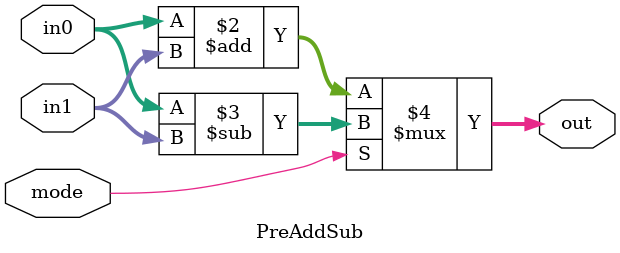
<source format=v>
module PreAddSub (mode, in0, in1, out);
    input mode;
    input [17:0] in0, in1;

    output [17:0] out;

    assign out = (mode == 0)? in0 + in1 : in0 - in1;
endmodule
</source>
